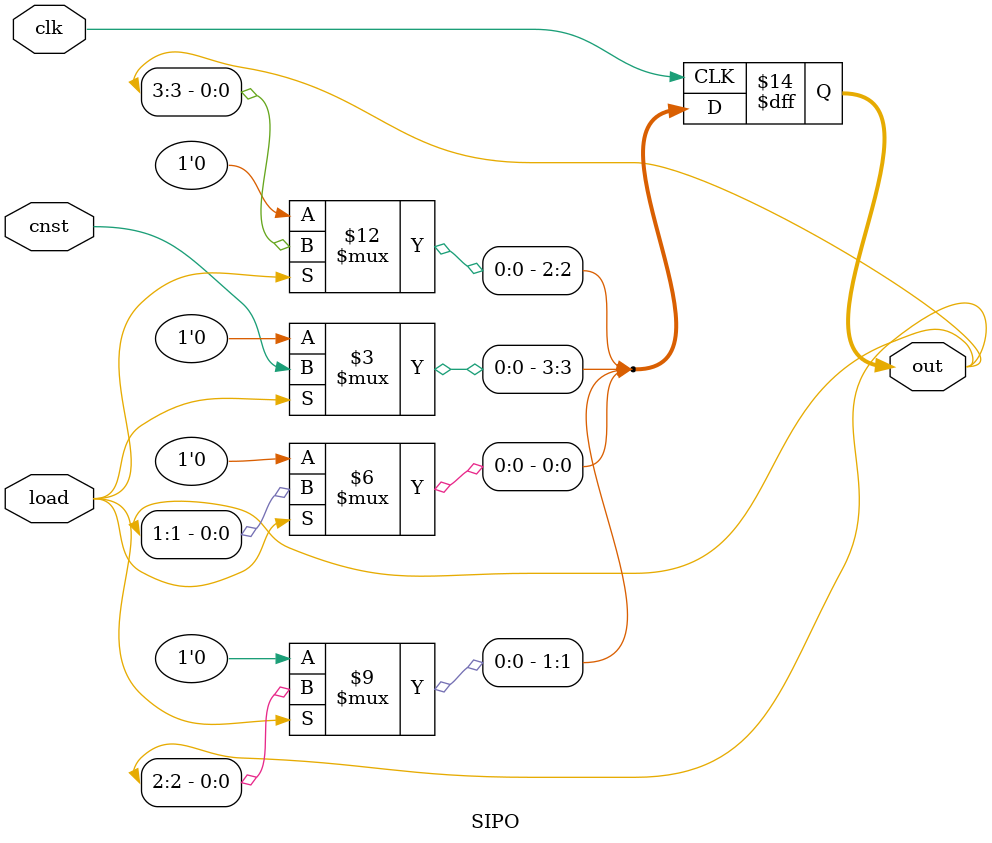
<source format=v>
`timescale 1ns / 1ps


module SIPO(clk,load,cnst,out);
input clk,load,cnst;
output reg [3:0]out;



always@(posedge clk)
begin
    if(load)
       begin
       out[3] <= cnst;
       out[2] <= out[3];
       out[1] <= out[2];
       out[0] <= out[1];
       end
    else
        out = 4'b0000;
          
end
endmodule

</source>
